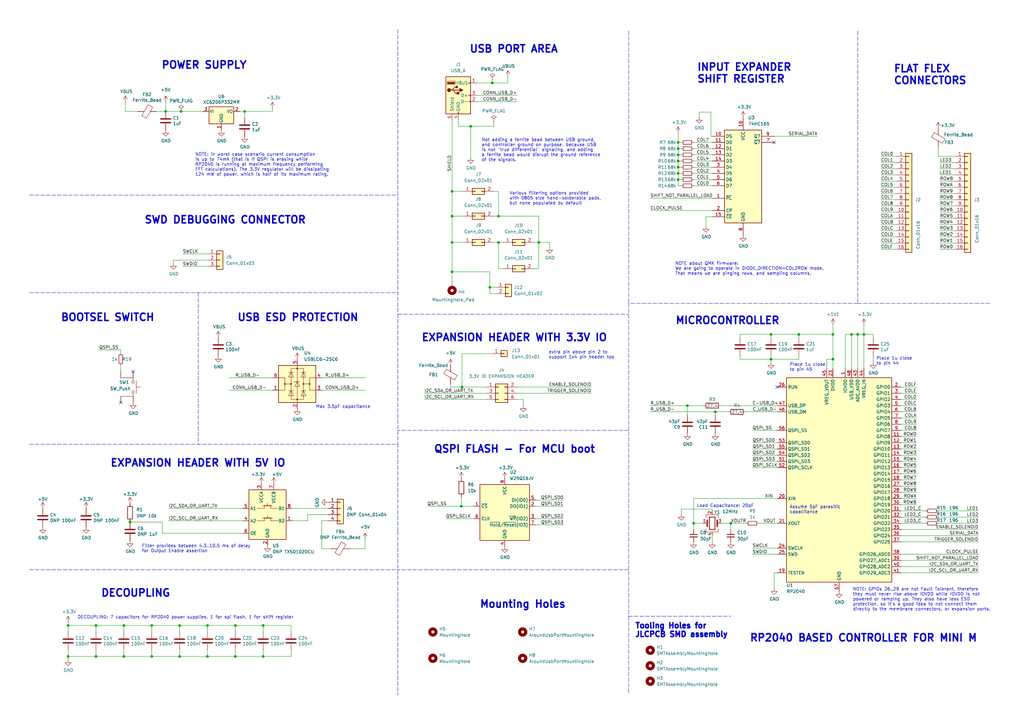
<source format=kicad_sch>
(kicad_sch (version 20231120) (generator "eeschema") (generator_version "8.0")
  (paper "A3")
  (junction (at 349.25 137.16))
  (junction (at 201.93 34.036))
  (junction (at 204.47 88.646))
  (junction (at 278.13 58.42))
  (junction (at 85.09 256.54))
  (junction (at 50.8 269.24))
  (junction (at 278.13 66.04))
  (junction (at 220.98 99.441))
  (junction (at 62.23 269.24))
  (junction (at 107.95 256.54))
  (junction (at 200.914 117.856))
  (junction (at 185.42 78.486))
  (junction (at 327.66 137.16))
  (junction (at 39.37 256.54))
  (junction (at 85.09 269.24))
  (junction (at 50.8 256.54))
  (junction (at 62.23 256.54))
  (junction (at 341.63 137.16))
  (junction (at 96.52 256.54))
  (junction (at 39.37 269.24))
  (junction (at 341.63 147.32))
  (junction (at 281.94 166.37))
  (junction (at 53.34 214.122))
  (junction (at 193.04 51.816))
  (junction (at 74.295 45.72))
  (junction (at 107.95 269.24))
  (junction (at 189.484 158.75))
  (junction (at 278.13 73.66))
  (junction (at 278.13 63.5))
  (junction (at 73.66 269.24))
  (junction (at 316.23 147.32))
  (junction (at 185.42 99.441))
  (junction (at 100.33 45.72))
  (junction (at 96.52 269.24))
  (junction (at 316.23 137.16))
  (junction (at 293.37 168.91))
  (junction (at 27.94 256.54))
  (junction (at 278.13 60.96))
  (junction (at 278.13 71.12))
  (junction (at 67.945 45.72))
  (junction (at 73.66 256.54))
  (junction (at 27.94 269.24))
  (junction (at 354.33 137.16))
  (junction (at 185.42 88.646))
  (junction (at 189.23 207.645))
  (junction (at 351.79 137.16))
  (junction (at 284.48 214.63))
  (junction (at 299.72 214.63))
  (junction (at 278.13 68.58))
  (junction (at 185.42 111.506))
  (junction (at 204.47 99.441))
  (no_connect (at 318.77 158.75))
  (no_connect (at 49.53 165.1))
  (no_connect (at 54.61 152.4))
  (no_connect (at 317.5 58.42))
  (wire (pts (xy 369.57 176.53) (xy 375.92 176.53)))
  (wire (pts (xy 96.52 269.24) (xy 107.95 269.24)))
  (wire (pts (xy 354.33 137.16) (xy 358.14 137.16)))
  (wire (pts (xy 385.445 84.455) (xy 391.795 84.455)))
  (wire (pts (xy 279.4 66.04) (xy 278.13 66.04)))
  (wire (pts (xy 303.53 147.32) (xy 316.23 147.32)))
  (wire (pts (xy 202.565 88.646) (xy 204.47 88.646)))
  (wire (pts (xy 351.79 151.13) (xy 351.79 137.16)))
  (wire (pts (xy 49.53 143.51) (xy 49.53 144.78)))
  (wire (pts (xy 107.95 256.54) (xy 107.95 259.08)))
  (polyline (pts (xy 351.79 124.46) (xy 257.81 124.46)) (stroke (width 0) (type dash)))
  (wire (pts (xy 369.57 199.39) (xy 375.92 199.39)))
  (wire (pts (xy 361.315 66.675) (xy 367.665 66.675)))
  (wire (pts (xy 339.09 147.32) (xy 341.63 147.32)))
  (wire (pts (xy 56.515 45.72) (xy 51.435 45.72)))
  (wire (pts (xy 308.61 227.33) (xy 318.77 227.33)))
  (wire (pts (xy 126.238 213.614) (xy 119.888 213.614)))
  (wire (pts (xy 369.57 232.41) (xy 401.32 232.41)))
  (wire (pts (xy 201.93 32.766) (xy 201.93 34.036)))
  (wire (pts (xy 278.13 60.96) (xy 278.13 63.5)))
  (polyline (pts (xy 12.065 120.015) (xy 163.195 120.015)) (stroke (width 0) (type dash)))
  (wire (pts (xy 284.48 73.66) (xy 292.1 73.66)))
  (wire (pts (xy 85.09 269.24) (xy 96.52 269.24)))
  (wire (pts (xy 354.33 151.13) (xy 354.33 137.16)))
  (wire (pts (xy 316.23 147.32) (xy 316.23 148.59)))
  (wire (pts (xy 369.57 158.75) (xy 375.92 158.75)))
  (wire (pts (xy 203.454 120.396) (xy 200.914 120.396)))
  (wire (pts (xy 385.445 69.215) (xy 391.795 69.215)))
  (wire (pts (xy 279.4 73.66) (xy 278.13 73.66)))
  (wire (pts (xy 299.72 214.63) (xy 306.07 214.63)))
  (wire (pts (xy 278.13 58.42) (xy 278.13 60.96)))
  (wire (pts (xy 111.76 45.72) (xy 111.76 44.45)))
  (wire (pts (xy 200.914 120.396) (xy 200.914 117.856)))
  (wire (pts (xy 316.23 147.32) (xy 327.66 147.32)))
  (wire (pts (xy 200.914 117.856) (xy 200.914 111.506)))
  (wire (pts (xy 100.33 45.72) (xy 111.76 45.72)))
  (wire (pts (xy 361.315 81.915) (xy 367.665 81.915)))
  (wire (pts (xy 214.63 163.83) (xy 212.09 163.83)))
  (wire (pts (xy 278.13 54.61) (xy 278.13 58.42)))
  (wire (pts (xy 220.98 99.441) (xy 220.98 110.236)))
  (wire (pts (xy 185.42 78.486) (xy 189.865 78.486)))
  (wire (pts (xy 73.66 256.54) (xy 73.66 259.08)))
  (wire (pts (xy 369.57 181.61) (xy 375.92 181.61)))
  (wire (pts (xy 279.4 208.788) (xy 279.4 210.82)))
  (wire (pts (xy 62.23 256.54) (xy 73.66 256.54)))
  (wire (pts (xy 369.57 194.31) (xy 375.92 194.31)))
  (wire (pts (xy 50.8 256.54) (xy 50.8 259.08)))
  (wire (pts (xy 369.57 207.01) (xy 375.92 207.01)))
  (wire (pts (xy 202.565 51.816) (xy 193.04 51.816)))
  (wire (pts (xy 107.95 256.54) (xy 119.38 256.54)))
  (wire (pts (xy 279.4 60.96) (xy 278.13 60.96)))
  (wire (pts (xy 119.38 266.7) (xy 119.38 269.24)))
  (wire (pts (xy 361.315 79.375) (xy 367.665 79.375)))
  (wire (pts (xy 27.94 266.7) (xy 27.94 269.24)))
  (wire (pts (xy 385.445 79.375) (xy 391.795 79.375)))
  (polyline (pts (xy 163.195 128.905) (xy 257.81 128.905)) (stroke (width 0) (type dash)))
  (wire (pts (xy 385.445 81.915) (xy 391.795 81.915)))
  (wire (pts (xy 316.23 137.16) (xy 316.23 138.43)))
  (wire (pts (xy 39.37 269.24) (xy 50.8 269.24)))
  (wire (pts (xy 266.7 86.36) (xy 292.1 86.36)))
  (wire (pts (xy 369.57 173.99) (xy 375.92 173.99)))
  (wire (pts (xy 202.565 49.911) (xy 202.565 51.816)))
  (wire (pts (xy 67.945 45.72) (xy 74.295 45.72)))
  (wire (pts (xy 358.14 137.16) (xy 358.14 138.43)))
  (wire (pts (xy 50.8 269.24) (xy 62.23 269.24)))
  (wire (pts (xy 361.315 64.135) (xy 367.665 64.135)))
  (wire (pts (xy 284.48 58.42) (xy 292.1 58.42)))
  (wire (pts (xy 308.61 186.69) (xy 318.77 186.69)))
  (wire (pts (xy 385.445 102.235) (xy 391.795 102.235)))
  (wire (pts (xy 346.71 137.16) (xy 349.25 137.16)))
  (wire (pts (xy 27.94 256.54) (xy 27.94 259.08)))
  (wire (pts (xy 204.47 78.486) (xy 204.47 88.646)))
  (wire (pts (xy 119.38 256.54) (xy 119.38 259.08)))
  (wire (pts (xy 219.71 207.645) (xy 231.14 207.645)))
  (wire (pts (xy 349.25 151.13) (xy 349.25 137.16)))
  (wire (pts (xy 204.47 110.236) (xy 206.375 110.236)))
  (wire (pts (xy 220.98 110.236) (xy 219.075 110.236)))
  (wire (pts (xy 85.09 256.54) (xy 85.09 259.08)))
  (wire (pts (xy 311.15 214.63) (xy 318.77 214.63)))
  (wire (pts (xy 64.135 45.72) (xy 67.945 45.72)))
  (wire (pts (xy 385.445 99.695) (xy 391.795 99.695)))
  (wire (pts (xy 96.52 266.7) (xy 96.52 269.24)))
  (wire (pts (xy 219.71 215.265) (xy 231.14 215.265)))
  (polyline (pts (xy 257.81 176.53) (xy 163.195 176.53)) (stroke (width 0) (type dash)))
  (wire (pts (xy 295.91 214.63) (xy 299.72 214.63)))
  (wire (pts (xy 369.57 219.71) (xy 401.32 219.71)))
  (wire (pts (xy 73.66 269.24) (xy 85.09 269.24)))
  (wire (pts (xy 189.484 158.75) (xy 199.39 158.75)))
  (wire (pts (xy 204.47 99.441) (xy 206.375 99.441)))
  (wire (pts (xy 284.48 60.96) (xy 292.1 60.96)))
  (wire (pts (xy 327.66 137.16) (xy 341.63 137.16)))
  (wire (pts (xy 66.548 214.122) (xy 66.548 218.694)))
  (wire (pts (xy 62.23 269.24) (xy 73.66 269.24)))
  (wire (pts (xy 67.945 41.91) (xy 67.945 45.72)))
  (wire (pts (xy 278.13 73.66) (xy 278.13 76.2)))
  (wire (pts (xy 316.23 146.05) (xy 316.23 147.32)))
  (wire (pts (xy 214.63 166.37) (xy 214.63 163.83)))
  (wire (pts (xy 349.25 137.16) (xy 351.79 137.16)))
  (wire (pts (xy 316.23 137.16) (xy 327.66 137.16)))
  (wire (pts (xy 202.565 99.441) (xy 204.47 99.441)))
  (wire (pts (xy 299.72 214.63) (xy 299.72 217.17)))
  (wire (pts (xy 361.315 71.755) (xy 367.665 71.755)))
  (wire (pts (xy 369.57 196.85) (xy 375.92 196.85)))
  (wire (pts (xy 74.93 109.22) (xy 85.09 109.22)))
  (wire (pts (xy 284.48 71.12) (xy 292.1 71.12)))
  (wire (pts (xy 369.57 217.17) (xy 401.32 217.17)))
  (wire (pts (xy 193.04 51.816) (xy 193.04 64.516)))
  (wire (pts (xy 361.315 76.835) (xy 367.665 76.835)))
  (wire (pts (xy 149.733 225.044) (xy 149.733 221.234)))
  (wire (pts (xy 289.56 92.71) (xy 289.56 88.9)))
  (wire (pts (xy 341.63 147.32) (xy 341.63 151.13)))
  (wire (pts (xy 346.71 151.13) (xy 346.71 137.16)))
  (wire (pts (xy 185.42 88.646) (xy 185.42 78.486)))
  (wire (pts (xy 361.315 74.295) (xy 367.665 74.295)))
  (wire (pts (xy 308.61 181.61) (xy 318.77 181.61)))
  (wire (pts (xy 384.81 64.135) (xy 391.795 64.135)))
  (wire (pts (xy 39.37 259.08) (xy 39.37 256.54)))
  (wire (pts (xy 184.785 158.75) (xy 184.785 157.48)))
  (wire (pts (xy 96.52 256.54) (xy 107.95 256.54)))
  (wire (pts (xy 303.53 146.05) (xy 303.53 147.32)))
  (wire (pts (xy 361.315 84.455) (xy 367.665 84.455)))
  (wire (pts (xy 385.445 76.835) (xy 391.795 76.835)))
  (wire (pts (xy 74.93 104.14) (xy 85.09 104.14)))
  (wire (pts (xy 85.09 266.7) (xy 85.09 269.24)))
  (wire (pts (xy 266.7 81.28) (xy 292.1 81.28)))
  (wire (pts (xy 225.425 99.441) (xy 220.98 99.441)))
  (wire (pts (xy 220.98 88.646) (xy 220.98 99.441)))
  (wire (pts (xy 293.37 168.91) (xy 298.45 168.91)))
  (wire (pts (xy 278.13 71.12) (xy 278.13 73.66)))
  (wire (pts (xy 200.914 117.856) (xy 203.454 117.856)))
  (wire (pts (xy 284.48 63.5) (xy 292.1 63.5)))
  (wire (pts (xy 284.48 68.58) (xy 292.1 68.58)))
  (wire (pts (xy 278.13 63.5) (xy 278.13 66.04)))
  (wire (pts (xy 279.4 76.2) (xy 278.13 76.2)))
  (wire (pts (xy 208.28 34.036) (xy 208.28 31.496)))
  (wire (pts (xy 189.23 203.835) (xy 189.23 207.645)))
  (wire (pts (xy 385.445 92.075) (xy 391.795 92.075)))
  (wire (pts (xy 202.565 78.486) (xy 204.47 78.486)))
  (wire (pts (xy 289.56 88.9) (xy 292.1 88.9)))
  (wire (pts (xy 51.435 45.72) (xy 51.435 41.91)))
  (polyline (pts (xy 81.28 120.015) (xy 81.28 182.245)) (stroke (width 0) (type dash)))
  (wire (pts (xy 27.94 269.24) (xy 39.37 269.24)))
  (wire (pts (xy 291.592 45.974) (xy 291.592 55.88)))
  (wire (pts (xy 303.53 138.43) (xy 303.53 137.16)))
  (wire (pts (xy 384.81 60.325) (xy 384.81 64.135)))
  (wire (pts (xy 219.075 99.441) (xy 220.98 99.441)))
  (wire (pts (xy 126.238 211.074) (xy 126.238 213.614)))
  (wire (pts (xy 219.71 205.105) (xy 231.14 205.105)))
  (wire (pts (xy 69.088 208.534) (xy 99.568 208.534)))
  (wire (pts (xy 292.1 219.71) (xy 292.1 222.25)))
  (wire (pts (xy 308.61 176.53) (xy 318.77 176.53)))
  (wire (pts (xy 286.766 48.006) (xy 286.766 45.974)))
  (wire (pts (xy 131.953 213.614) (xy 131.953 225.044)))
  (wire (pts (xy 279.4 68.58) (xy 278.13 68.58)))
  (wire (pts (xy 39.37 266.7) (xy 39.37 269.24)))
  (wire (pts (xy 369.57 163.83) (xy 375.92 163.83)))
  (wire (pts (xy 134.493 213.614) (xy 131.953 213.614)))
  (polyline (pts (xy 12.065 182.245) (xy 163.195 182.245)) (stroke (width 0) (type dash)))
  (wire (pts (xy 385.445 89.535) (xy 391.795 89.535)))
  (wire (pts (xy 134.493 211.074) (xy 126.238 211.074)))
  (wire (pts (xy 361.315 94.615) (xy 367.665 94.615)))
  (wire (pts (xy 175.26 207.645) (xy 189.23 207.645)))
  (wire (pts (xy 279.4 63.5) (xy 278.13 63.5)))
  (wire (pts (xy 361.315 102.235) (xy 367.665 102.235)))
  (wire (pts (xy 361.315 86.995) (xy 367.665 86.995)))
  (wire (pts (xy 219.71 212.725) (xy 231.14 212.725)))
  (wire (pts (xy 212.09 158.75) (xy 242.57 158.75)))
  (wire (pts (xy 384.81 214.63) (xy 401.32 214.63)))
  (wire (pts (xy 27.94 269.24) (xy 27.94 270.51)))
  (wire (pts (xy 278.13 68.58) (xy 278.13 71.12)))
  (wire (pts (xy 185.42 49.276) (xy 185.42 78.486)))
  (wire (pts (xy 71.12 107.95) (xy 71.12 106.68)))
  (wire (pts (xy 351.79 137.16) (xy 354.33 137.16)))
  (wire (pts (xy 284.48 204.47) (xy 318.77 204.47)))
  (wire (pts (xy 69.088 213.614) (xy 99.568 213.614)))
  (wire (pts (xy 369.57 189.23) (xy 375.92 189.23)))
  (wire (pts (xy 369.57 161.29) (xy 375.92 161.29)))
  (wire (pts (xy 73.66 256.54) (xy 85.09 256.54)))
  (wire (pts (xy 85.09 256.54) (xy 96.52 256.54)))
  (wire (pts (xy 361.315 97.155) (xy 367.665 97.155)))
  (wire (pts (xy 284.48 204.47) (xy 284.48 214.63)))
  (wire (pts (xy 292.1 209.55) (xy 292.1 208.788)))
  (wire (pts (xy 384.81 209.55) (xy 401.32 209.55)))
  (wire (pts (xy 195.58 34.036) (xy 201.93 34.036)))
  (wire (pts (xy 384.81 212.09) (xy 401.32 212.09)))
  (wire (pts (xy 327.66 137.16) (xy 327.66 138.43)))
  (wire (pts (xy 308.61 224.79) (xy 318.77 224.79)))
  (wire (pts (xy 204.47 88.646) (xy 220.98 88.646)))
  (wire (pts (xy 50.8 266.7) (xy 50.8 269.24)))
  (wire (pts (xy 204.47 99.441) (xy 204.47 110.236)))
  (wire (pts (xy 185.42 111.506) (xy 185.42 115.316)))
  (wire (pts (xy 385.445 97.155) (xy 391.795 97.155)))
  (wire (pts (xy 96.52 256.54) (xy 96.52 259.08)))
  (wire (pts (xy 189.23 207.645) (xy 194.31 207.645)))
  (wire (pts (xy 27.94 255.27) (xy 27.94 256.54)))
  (wire (pts (xy 173.99 163.83) (xy 199.39 163.83)))
  (polyline (pts (xy 12.065 233.68) (xy 163.195 233.68)) (stroke (width 0) (type dash)))
  (polyline (pts (xy 257.81 252.73) (xy 257.81 284.48)) (stroke (width 0) (type dash)))
  (wire (pts (xy 385.445 71.755) (xy 391.795 71.755)))
  (wire (pts (xy 201.676 145.034) (xy 189.484 145.034)))
  (wire (pts (xy 66.548 218.694) (xy 99.568 218.694)))
  (wire (pts (xy 187.96 49.276) (xy 187.96 51.816)))
  (wire (pts (xy 279.4 71.12) (xy 278.13 71.12)))
  (wire (pts (xy 369.57 186.69) (xy 375.92 186.69)))
  (wire (pts (xy 327.66 147.32) (xy 327.66 146.05)))
  (wire (pts (xy 132.08 154.94) (xy 149.86 154.94)))
  (wire (pts (xy 369.57 171.45) (xy 375.92 171.45)))
  (polyline (pts (xy 163.195 217.805) (xy 163.195 182.245)) (stroke (width 0) (type dash)))
  (wire (pts (xy 185.42 99.441) (xy 189.865 99.441)))
  (wire (pts (xy 284.48 214.63) (xy 288.29 214.63)))
  (wire (pts (xy 361.315 99.695) (xy 367.665 99.695)))
  (wire (pts (xy 308.61 189.23) (xy 318.77 189.23)))
  (wire (pts (xy 385.445 86.995) (xy 391.795 86.995)))
  (wire (pts (xy 279.4 58.42) (xy 278.13 58.42)))
  (wire (pts (xy 185.42 88.646) (xy 185.42 99.441)))
  (wire (pts (xy 369.57 204.47) (xy 375.92 204.47)))
  (wire (pts (xy 182.88 212.725) (xy 194.31 212.725)))
  (wire (pts (xy 27.94 256.54) (xy 39.37 256.54)))
  (wire (pts (xy 100.33 48.26) (xy 100.33 45.72)))
  (wire (pts (xy 369.57 234.95) (xy 401.32 234.95)))
  (wire (pts (xy 308.61 184.15) (xy 318.77 184.15)))
  (wire (pts (xy 49.53 149.86) (xy 49.53 152.4)))
  (wire (pts (xy 317.5 234.95) (xy 318.77 234.95)))
  (wire (pts (xy 385.445 94.615) (xy 391.795 94.615)))
  (wire (pts (xy 286.766 45.974) (xy 291.592 45.974)))
  (wire (pts (xy 361.315 69.215) (xy 367.665 69.215)))
  (wire (pts (xy 71.12 106.68) (xy 85.09 106.68)))
  (wire (pts (xy 361.315 92.075) (xy 367.665 92.075)))
  (wire (pts (xy 369.57 201.93) (xy 375.92 201.93)))
  (wire (pts (xy 339.09 151.13) (xy 339.09 147.32)))
  (wire (pts (xy 266.7 168.91) (xy 293.37 168.91)))
  (polyline (pts (xy 163.195 217.805) (xy 163.195 285.115)) (stroke (width 0) (type dash)))
  (wire (pts (xy 189.865 88.646) (xy 185.42 88.646)))
  (wire (pts (xy 284.48 214.63) (xy 284.48 217.17)))
  (wire (pts (xy 292.1 208.788) (xy 279.4 208.788)))
  (polyline (pts (xy 257.81 252.73) (xy 299.72 252.73)) (stroke (width 0) (type dash)))
  (wire (pts (xy 281.94 170.18) (xy 281.94 166.37)))
  (wire (pts (xy 132.08 160.02) (xy 149.86 160.02)))
  (wire (pts (xy 73.66 266.7) (xy 73.66 269.24)))
  (wire (pts (xy 369.57 168.91) (xy 375.92 168.91)))
  (polyline (pts (xy 12.065 80.01) (xy 163.195 80.01)) (stroke (width 0) (type dash)))
  (wire (pts (xy 50.8 256.54) (xy 62.23 256.54)))
  (wire (pts (xy 385.445 66.675) (xy 391.795 66.675)))
  (wire (pts (xy 278.13 66.04) (xy 278.13 68.58)))
  (wire (pts (xy 39.37 256.54) (xy 50.8 256.54)))
  (wire (pts (xy 143.383 225.044) (xy 149.733 225.044)))
  (polyline (pts (xy 257.81 233.68) (xy 163.195 233.68)) (stroke (width 0) (type dash)))
  (wire (pts (xy 266.7 166.37) (xy 281.94 166.37)))
  (wire (pts (xy 187.96 51.816) (xy 193.04 51.816)))
  (wire (pts (xy 308.61 191.77) (xy 318.77 191.77)))
  (wire (pts (xy 284.48 66.04) (xy 292.1 66.04)))
  (wire (pts (xy 369.57 184.15) (xy 375.92 184.15)))
  (wire (pts (xy 317.5 241.3) (xy 317.5 234.95)))
  (wire (pts (xy 385.445 74.295) (xy 391.795 74.295)))
  (wire (pts (xy 291.592 55.88) (xy 292.1 55.88)))
  (wire (pts (xy 295.91 166.37) (xy 318.77 166.37)))
  (polyline (pts (xy 257.81 124.46) (xy 257.81 252.73)) (stroke (width 0) (type dash)))
  (wire (pts (xy 173.99 161.29) (xy 199.39 161.29)))
  (wire (pts (xy 225.425 101.346) (xy 225.425 99.441)))
  (wire (pts (xy 62.23 256.54) (xy 62.23 259.08)))
  (wire (pts (xy 62.23 266.7) (xy 62.23 269.24)))
  (wire (pts (xy 93.98 160.02) (xy 111.76 160.02)))
  (wire (pts (xy 369.57 222.25) (xy 401.32 222.25)))
  (wire (pts (xy 341.63 133.35) (xy 341.63 137.16)))
  (wire (pts (xy 369.57 229.87) (xy 401.32 229.87)))
  (wire (pts (xy 354.33 133.35) (xy 354.33 137.16)))
  (wire (pts (xy 306.07 168.91) (xy 318.77 168.91)))
  (wire (pts (xy 369.57 227.33) (xy 401.32 227.33)))
  (wire (pts (xy 369.57 179.07) (xy 375.92 179.07)))
  (wire (pts (xy 201.93 34.036) (xy 208.28 34.036)))
  (wire (pts (xy 369.57 191.77) (xy 375.92 191.77)))
  (wire (pts (xy 281.94 166.37) (xy 288.29 166.37)))
  (wire (pts (xy 131.953 225.044) (xy 135.763 225.044)))
  (wire (pts (xy 107.95 266.7) (xy 107.95 269.24)))
  (polyline (pts (xy 351.79 12.7) (xy 351.79 124.46)) (stroke (width 0) (type dash)))
  (wire (pts (xy 317.5 55.88) (xy 335.28 55.88)))
  (wire (pts (xy 369.57 212.09) (xy 379.73 212.09)))
  (wire (pts (xy 212.09 161.29) (xy 242.57 161.29)))
  (wire (pts (xy 341.63 137.16) (xy 341.63 147.32)))
  (wire (pts (xy 53.34 214.122) (xy 66.548 214.122)))
  (wire (pts (xy 361.315 89.535) (xy 367.665 89.535)))
  (wire (pts (xy 74.295 45.72) (xy 83.185 45.72)))
  (wire (pts (xy 119.888 208.534) (xy 134.493 208.534)))
  (wire (pts (xy 369.57 209.55) (xy 379.73 209.55)))
  (wire (pts (xy 93.98 154.94) (xy 111.76 154.94)))
  (wire (pts (xy 98.425 45.72) (xy 100.33 45.72)))
  (wire (pts (xy 185.42 99.441) (xy 185.42 111.506)))
  (wire (pts (xy 369.57 214.63) (xy 379.73 214.63)))
  (polyline (pts (xy 351.79 124.46) (xy 406.4 124.46)) (stroke (width 0) (type dash)))
  (polyline (pts (xy 163.195 12.065) (xy 163.195 182.245)) (stroke (width 0) (type dash)))
  (wire (pts (xy 284.48 76.2) (xy 292.1 76.2)))
  (wire (pts (xy 195.58 41.656) (xy 212.09 41.656)))
  (wire (pts (xy 40.64 143.51) (xy 49.53 143.51)))
  (wire (pts (xy 303.53 137.16) (xy 316.23 137.16)))
  (wire (pts (xy 195.58 39.116) (xy 212.09 39.116)))
  (wire (pts (xy 184.785 158.75) (xy 189.484 158.75)))
  (polyline (pts (xy 257.81 12.7) (xy 257.81 124.46)) (stroke (width 0) (type dash)))
  (wire (pts (xy 293.37 168.91) (xy 293.37 170.18)))
  (wire (pts (xy 358.14 146.05) (xy 358.14 148.59)))
  (wire (pts (xy 189.484 145.034) (xy 189.484 158.75)))
  (wire (pts (xy 107.95 269.24) (xy 119.38 269.24)))
  (wire (pts (xy 369.57 166.37) (xy 375.92 166.37)))
  (wire (pts (xy 200.914 111.506) (xy 185.42 111.506)))
  (text "DECOUPLING: 7 capacitors for RP2040 power supplies, 1 for spi flash, 1 for shift register" (at 31.75 254 0) (effects (font (size 1.27 1.27)) (justify left bottom)))
  (text "USB PORT AREA" (at 192.405 21.971 0) (effects (font (size 3 3) (thickness 0.6) (bold yes)) (justify left bottom)))
  (text "Tooling Holes for\nJLCPCB SMD assembly" (at 260.35 261.62 0) (effects (font (size 2.2 2.2) (thickness 0.6) (bold yes)) (justify left bottom)))
  (text "Place 1u close\nto pin 45" (at 323.85 152.4 0) (effects (font (size 1.27 1.27)) (justify left bottom)))
  (text "Max 3.5pF capacitance" (at 129.54 167.64 0) (effects (font (size 1.27 1.27)) (justify left bottom)))
  (text "Place 1u close\nto pin 44" (at 359.41 149.86 0) (effects (font (size 1.27 1.27)) (justify left bottom)))
  (text "FLAT FLEX\nCONNECTORS" (at 366.395 34.925 0) (effects (font (size 3 3) (thickness 0.6) (bold yes)) (justify left bottom)))
  (text "Not adding a ferrite bead between USB ground,\nand controller ground on purpose, because USB\nis not \"true differential\" signaling, and adding\na ferrite bead would disrupt the ground reference\nof the signals." (at 197.485 66.421 0) (effects (font (size 1.27 1.27)) (justify left bottom)))
  (text "Various filtering options provided \nwith 0805 size hand-solderable pads,\nbut none populated by default" (at 208.915 84.201 0) (effects (font (size 1.27 1.27)) (justify left bottom)))
  (text "EXPANSION HEADER WITH 5V IO" (at 45.085 191.77 0) (effects (font (size 3 3) (thickness 0.6) (bold yes)) (justify left bottom)))
  (text "NOTE: GPIOs 26..29 are not Fault Tolerant, therefore\nthey must never rise above IOVDD while IOVDD is not\npowered or ramping up. They also have less ESD\nprotection, so it's a good idea to not connect them\ndirectly to the membrane connectors, or expansion ports." (at 349.758 250.698 0) (effects (font (size 1.27 1.27)) (justify left bottom)))
  (text "Load Capacitance: 20pF" (at 285.75 208.28 0) (effects (font (size 1.27 1.27)) (justify left bottom)))
  (text "USB ESD PROTECTION" (at 97.155 132.08 0) (effects (font (size 3 3) (thickness 0.6) (bold yes)) (justify left bottom)))
  (text "QSPI FLASH - For MCU boot" (at 177.8 186.055 0) (effects (font (size 3 3) (thickness 0.6) (bold yes)) (justify left bottom)))
  (text "RP2040 BASED CONTROLLER FOR MINI M" (at 307.34 263.525 0) (effects (font (size 3 3) (thickness 0.6) (bold yes)) (justify left bottom)))
  (text "extra pin above pin 2 to\nsupport 1x4 pin header too" (at 225.044 147.32 0) (effects (font (size 1.27 1.27)) (justify left bottom)))
  (text "Mounting Holes" (at 196.596 249.682 0) (effects (font (size 3 3) (thickness 0.6) (bold yes)) (justify left bottom)))
  (text "BOOTSEL SWITCH" (at 24.765 132.08 0) (effects (font (size 3 3) (thickness 0.6) (bold yes)) (justify left bottom)))
  (text "DECOUPLING" (at 41.275 245.11 0) (effects (font (size 3 3) (thickness 0.6) (bold yes)) (justify left bottom)))
  (text "EXPANSION HEADER WITH 3.3V IO" (at 172.72 140.335 0) (effects (font (size 3 3) (thickness 0.6) (bold yes)) (justify left bottom)))
  (text "NOTE: in worst case scenario current consumption\nis up to 74mA (that is if QSPI is erasing while\nRP2040 is running at maximum frequency performing\nFFT calculations). The 3.3V regulator will be dissipating\n124 mW of power, which is half of its maximum rating." (at 80.01 72.39 0) (effects (font (size 1.27 1.27)) (justify left bottom)))
  (text "Filter provides between 4.3..10.5 ms of delay\nfor Output Enable assertion" (at 58.166 226.822 0) (effects (font (size 1.27 1.27)) (justify left bottom)))
  (text "POWER SUPPLY" (at 66.04 28.575 0) (effects (font (size 3 3) (thickness 0.6) (bold yes)) (justify left bottom)))
  (text "MICROCONTROLLER" (at 276.86 133.35 0) (effects (font (size 3 3) (thickness 0.6) (bold yes)) (justify left bottom)))
  (text "NOTE about QMK firmware:\nWe are going to operate in DIODE_DIRECTION=COL2ROW mode.\nThat means we are pinging rows, and sampling columns." (at 276.86 113.03 0) (effects (font (size 1.27 1.27)) (justify left bottom)))
  (text "SWD DEBUGGING CONNECTOR" (at 59.055 92.075 0) (effects (font (size 3 3) (thickness 0.6) (bold yes)) (justify left bottom)))
  (text "INPUT EXPANDER\nSHIFT REGISTER" (at 285.75 34.29 0) (effects (font (size 3 3) (thickness 0.6) (bold yes)) (justify left bottom)))
  (text "Assume 5pF parasitic\ncapacitance" (at 323.85 210.82 0) (effects (font (size 1.27 1.27)) (justify left bottom)))
  (label "ROW7" (at 385.445 84.455 0))
  (label "COLE" (at 375.92 161.29 180))
  (label "QSPI_SD3" (at 231.14 215.265 180))
  (label "I2C_SCL_OR_UART_RX" (at 401.32 234.95 180))
  (label "LED1_C" (at 370.84 209.55 0))
  (label "COL5" (at 361.315 76.835 0))
  (label "COL5" (at 285.75 63.5 0))
  (label "LED2_C" (at 370.84 212.09 0))
  (label "LED3" (at 385.445 66.675 0))
  (label "COL8" (at 361.315 84.455 0))
  (label "SERIAL_DATA" (at 401.32 219.71 180))
  (label "R_USB_D-" (at 96.52 154.94 0))
  (label "ROW5" (at 375.92 191.77 180))
  (label "ROW6" (at 375.92 194.31 180))
  (label "ROW8" (at 385.445 81.915 0))
  (label "ROW4" (at 375.92 189.23 180))
  (label "ROWB" (at 375.92 207.01 180))
  (label "LED3" (at 401.32 214.63 180))
  (label "LED2" (at 385.445 69.215 0))
  (label "I2C_SDA_OR_UART_TX" (at 173.99 161.29 0))
  (label "ROW1" (at 385.445 99.695 0))
  (label "CONN_USB_D+" (at 133.35 160.02 0))
  (label "R_USB_D+" (at 133.35 154.94 0))
  (label "ENABLE_SOLENOID" (at 242.57 158.75 180))
  (label "COL9" (at 361.315 86.995 0))
  (label "COLC" (at 361.315 94.615 0))
  (label "COLF" (at 375.92 158.75 180))
  (label "COL2" (at 361.315 69.215 0))
  (label "LED3_C" (at 370.84 214.63 0))
  (label "COL7" (at 285.75 58.42 0))
  (label "SWCLK" (at 308.61 224.79 0))
  (label "ROWA" (at 375.92 204.47 180))
  (label "LED1" (at 385.445 71.755 0))
  (label "COL3" (at 361.315 71.755 0))
  (label "TRIGGER_SOLENOID" (at 401.32 222.25 180))
  (label "I2C_SDA_OR_UART_TX" (at 401.32 232.41 180))
  (label "ROW9" (at 385.445 79.375 0))
  (label "ROW1" (at 375.92 181.61 180))
  (label "C-USB_D+" (at 308.61 166.37 0))
  (label "CLOCK_PULSE" (at 401.32 227.33 180))
  (label "QSPI_SCLK" (at 308.61 191.77 0))
  (label "COL6" (at 285.75 60.96 0))
  (label "ROW0" (at 385.445 102.235 0))
  (label "ROWB" (at 385.445 74.295 0))
  (label "ROW6" (at 385.445 86.995 0))
  (label "R_USB_D-" (at 266.7 168.91 0))
  (label "QSPI_SD2" (at 231.14 212.725 180))
  (label "COL2" (at 285.75 71.12 0))
  (label "QSPI_SD2" (at 308.61 186.69 0))
  (label "COLD" (at 375.92 163.83 180))
  (label "ROW5" (at 385.445 89.535 0))
  (label "QSPI_SD3" (at 308.61 189.23 0))
  (label "SWDIO" (at 74.93 109.22 0))
  (label "COL0" (at 285.75 76.2 0))
  (label "COLC" (at 375.92 166.37 180))
  (label "SHIFT_NOT_PARALLEL_LOAD" (at 266.7 81.28 0))
  (label "SERIAL_DATA" (at 335.28 55.88 180))
  (label "SHIELD" (at 185.42 70.358 90))
  (label "COL0" (at 361.315 64.135 0))
  (label "COL3" (at 285.75 68.58 0))
  (label "TRIGGER_SOLENOID" (at 242.57 161.29 180))
  (label "CONN_USB_D-" (at 212.09 41.656 180))
  (label "COLB" (at 361.315 92.075 0))
  (label "ROW8" (at 375.92 199.39 180))
  (label "COLF" (at 361.315 102.235 0))
  (label "I2C_SCL_OR_UART_RX" (at 69.088 213.614 0))
  (label "QSPI_SS" (at 308.61 176.53 0))
  (label "XOUT" (at 313.055 214.63 0))
  (label "SWCLK" (at 74.93 104.14 0))
  (label "COL8" (at 375.92 176.53 180))
  (label "COL1" (at 361.315 66.675 0))
  (label "QSPI_SD1" (at 308.61 184.15 0))
  (label "SWDIO" (at 308.61 227.33 0))
  (label "SHIFT_NOT_PARALLEL_LOAD" (at 401.32 229.87 180))
  (label "COLD" (at 361.315 97.155 0))
  (label "QSPI_SD0" (at 231.14 205.105 180))
  (label "ROW3" (at 375.92 186.69 180))
  (label "COLA" (at 375.92 171.45 180))
  (label "ROW0" (at 375.92 179.07 180))
  (label "ROW7" (at 375.92 196.85 180))
  (label "COL1" (at 285.75 73.66 0))
  (label "I2C_SDA_OR_UART_TX" (at 69.088 208.534 0))
  (label "COLB" (at 375.92 168.91 180))
  (label "R_USB_D+" (at 266.7 166.37 0))
  (label "COL6" (at 361.315 79.375 0))
  (label "ROW9" (at 375.92 201.93 180))
  (label "COL4" (at 361.315 74.295 0))
  (label "ROW4" (at 385.445 92.075 0))
  (label "ROW2" (at 375.92 184.15 180))
  (label "CONN_USB_D-" (at 95.25 160.02 0))
  (label "COL9" (at 375.92 173.99 180))
  (label "LED2" (at 401.32 212.09 180))
  (label "QSPI_SS" (at 40.64 143.51 0))
  (label "LED1" (at 401.32 209.55 180))
  (label "C_USB_D-" (at 308.61 168.91 0))
  (label "ROW3" (at 385.445 94.615 0))
  (label "QSPI_SCLK" (at 182.88 212.725 0))
  (label "COL4" (at 285.75 66.04 0))
  (label "COL7" (at 361.315 81.915 0))
  (label "I2C_SCL_OR_UART_RX" (at 173.99 163.83 0))
  (label "CLOCK_PULSE" (at 266.7 86.36 0))
  (label "XIN" (at 313.69 204.47 0))
  (label "CONN_USB_D+" (at 212.09 39.116 180))
  (label "COLE" (at 361.315 99.695 0))
  (label "COLA" (at 361.315 89.535 0))
  (label "QSPI_SD0" (at 308.61 181.61 0))
  (label "ROWA" (at 385.445 76.835 0))
  (label "QSPI_SD1" (at 231.14 207.645 180))
  (label "ROW2" (at 385.445 97.155 0))
  (label "ENABLE_SOLENOID" (at 401.32 217.17 180))
  (label "XOUTR" (at 299.72 214.63 0))
  (label "QSPI_SS" (at 175.26 207.645 0))
  (symbol (lib_id "Mechanical:MountingHole") (at 177.546 270.002 0) (unit 1)
    (property "Reference" "H6" (at 180.086 268.7319 0) (effects (justify left)))
    (property "Value" "MountingHole" (at 180.086 271.2719 0) (effects (justify left)))
    (property "Footprint" "MountingHole:MountingHole_3mm" (effects (hide yes)))
  )
  (symbol (lib_id "power:GND") (at 27.94 270.51 0) (unit 1)
    (property "Reference" "#PWR028" (effects (hide yes)))
    (property "Value" "GND" (at 28.067 274.9042 0))
  )
  (symbol (lib_id "power:GND") (at 193.04 64.516 0) (unit 1)
    (property "Reference" "#PWR0101" (effects (hide yes)))
    (property "Value" "GND" (at 193.167 68.9102 0))
  )
  (symbol (lib_id "Device:R_Small") (at 281.94 68.58 90) (unit 1)
    (property "Reference" "R11" (at 271.78 68.58 90))
    (property "Value" "68k" (at 275.59 68.58 90))
    (property "Footprint" "Resistor_SMD:R_0402_1005Metric" (effects (hide yes)))
    (property "LCSC" "C36871" (effects (hide yes)))
  )
  (symbol (lib_id "Device:R") (at 302.26 168.91 270) (unit 1)
    (property "Reference" "R4" (at 302.26 166.37 90))
    (property "Value" "27.4" (at 302.26 168.91 90))
    (property "Footprint" "Resistor_SMD:R_0402_1005Metric" (effects (hide yes)))
    (property "LCSC" "C284479" (effects (hide yes)))
  )
  (symbol (lib_id "Device:R_Small") (at 49.53 147.32 180) (unit 1)
    (property "Reference" "R19" (at 52.07 147.32 0))
    (property "Value" "1k" (at 46.99 147.32 0))
    (property "Footprint" "Resistor_SMD:R_0402_1005Metric" (effects (hide yes)))
    (property "LCSC" "C11702" (effects (hide yes)))
  )
  (symbol (lib_id "Device:C") (at 73.66 262.89 0) (unit 1)
    (property "Reference" "C18" (at 76.581 261.7216 0) (effects (justify left)))
    (property "Value" "100nF" (at 76.581 264.033 0) (effects (justify left)))
    (property "Footprint" "Capacitor_SMD:C_0402_1005Metric" (effects (hide yes)))
    (property "LCSC" "C1525" (effects (hide yes)))
  )
  (symbol (lib_id "power:+3.3V") (at 384.81 52.705 0) (unit 1)
    (property "Reference" "#PWR03" (effects (hide yes)))
    (property "Value" "+3.3V" (at 388.62 51.435 0))
  )
  (symbol (lib_id "power:GND") (at 289.56 92.71 0) (unit 1)
    (property "Reference" "#PWR033" (effects (hide yes)))
    (property "Value" "GND" (at 289.687 97.1042 0))
  )
  (symbol (lib_id "Regulator_Linear:AMS1117-3.3") (at 90.805 45.72 0) (unit 1)
    (property "Reference" "U6" (at 90.805 39.5732 0))
    (property "Value" "XC6206P332MR" (at 90.805 41.8846 0))
    (property "Footprint" "Package_TO_SOT_SMD:SOT-23" (effects (hide yes)))
    (property "Datasheet" "https://datasheet.lcsc.com/lcsc/1809201513_Torex-Semicon-XC6206P332MR_C5446.pdf" (effects (hide yes)))
    (property "LCSC" "C5446" (effects (hide yes)))
  )
  (symbol (lib_id "Logic_LevelTranslator:TXS0102DCU") (at 109.728 211.074 0) (unit 1) (in_bom no)
    (property "Reference" "U5" (at 111.7474 223.774 0) (effects (justify left)))
    (property "Value" "DNP TXS0102DCU" (at 111.7474 226.314 0) (effects (justify left)))
    (property "Footprint" "Package_SO:VSSOP-8_2.3x2mm_P0.5mm" (effects (hide yes)))
    (property "Datasheet" "http://www.ti.com/lit/gpn/txs0102" (effects (hide yes)))
  )
  (symbol (lib_id "Device:FerriteBead") (at 184.785 153.67 0) (unit 1)
    (property "Reference" "FB1" (at 177.8254 153.67 0))
    (property "Value" "Ferrite_Bead" (at 177.8 149.86 0))
    (property "Footprint" "Inductor_SMD:L_0805_2012Metric_Pad1.15x1.40mm_HandSolder" (effects (hide yes)))
    (property "LCSC" "C1015" (effects (hide yes)))
  )
  (symbol (lib_id "power:PWR_FLAG") (at 202.565 49.911 0) (unit 1)
    (property "Reference" "#U0102" (effects (hide yes)))
    (property "Value" "PWR_FLAG" (at 202.565 45.5168 0))
  )
  (symbol (lib_id "power:+3.3V") (at 27.94 255.27 0) (unit 1)
    (property "Reference" "#PWR027" (effects (hide yes)))
    (property "Value" "+3.3V" (at 28.321 250.8758 0))
  )
  (symbol (lib_id "Mechanical:MountingHole") (at 214.376 270.002 0) (unit 1)
    (property "Reference" "H8" (at 216.916 268.7319 0) (effects (justify left)))
    (property "Value" "AroundUsbPortMountingHole" (at 216.916 271.2719 0) (effects (justify left)))
    (property "Footprint" "MountingHole:MountingHole_3.5mm" (effects (hide yes)))
  )
  (symbol (lib_id "Device:R") (at 53.34 210.312 0) (unit 1) (in_bom no)
    (property "Reference" "R1" (at 55.88 209.0419 0) (effects (justify left)))
    (property "Value" "DNP 10k" (at 55.88 211.5819 0) (effects (justify left)))
    (property "Footprint" "Resistor_SMD:R_0805_2012Metric_Pad1.20x1.40mm_HandSolder" (effects (hide yes)))
    (property "LCSC" "C25744" (effects (hide yes)))
  )
  (symbol (lib_id "Device:R_Small") (at 382.27 209.55 90) (unit 1)
    (property "Reference" "R15" (at 386.08 208.28 90))
    (property "Value" "196" (at 391.16 208.28 90))
    (property "Footprint" "Resistor_SMD:R_0402_1005Metric" (effects (hide yes)))
    (property "LCSC" "C270631" (effects (hide yes)))
  )
  (symbol (lib_id "power:+5V") (at 17.526 208.534 0) (unit 1)
    (property "Reference" "#PWR06" (effects (hide yes)))
    (property "Value" "+5V" (at 17.526 204.724 0))
  )
  (symbol (lib_id "Mechanical:MountingHole_Pad") (at 185.42 117.856 180) (unit 1)
    (property "Reference" "H4" (at 187.96 119.761 0) (effects (justify right)))
    (property "Value" "MountingHole_Pad" (at 177.165 122.936 0) (effects (justify right)))
    (property "Footprint" "MountingHole:MountingHole_3mm_Pad" (effects (hide yes)))
  )
  (symbol (lib_id "Device:C") (at 293.37 173.99 180) (unit 1)
    (property "Reference" "C11" (at 290.449 175.1584 0) (effects (justify left)))
    (property "Value" "43pF" (at 290.449 172.847 0) (effects (justify left)))
    (property "Footprint" "Capacitor_SMD:C_0402_1005Metric" (effects (hide yes)))
    (property "LCSC" "C415393" (effects (hide yes)))
  )
  (symbol (lib_id "Device:R_Small") (at 281.94 76.2 90) (unit 1)
    (property "Reference" "R14" (at 271.78 76.2 90))
    (property "Value" "68k" (at 275.59 76.2 90))
    (property "Footprint" "Resistor_SMD:R_0402_1005Metric" (effects (hide yes)))
    (property "LCSC" "C36871" (effects (hide yes)))
  )
  (symbol (lib_id "power:+3.3V") (at 304.8 48.26 0) (unit 1)
    (property "Reference" "#PWR034" (effects (hide yes)))
    (property "Value" "+3.3V" (at 305.181 43.8658 0))
  )
  (symbol (lib_id "Connector_Generic:Conn_02x03_Odd_Even") (at 204.47 161.29 0) (unit 1)
    (property "Reference" "J4" (at 205.74 151.765 0))
    (property "Value" "3.3V IO EXPANSION HEADER" (at 205.74 154.305 0))
    (property "Footprint" "footprint:PinHeader_2x03_P2.54mm_Vertical_3dhorizontal" (effects (hide yes)))
    (property "LCSC" "C706867" (effects (hide yes)))
  )
  (symbol (lib_id "power:+3.3V") (at 189.23 196.215 0) (unit 1)
    (property "Reference" "#PWR024" (effects (hide yes)))
    (property "Value" "+3.3V" (at 189.611 191.8208 0))
  )
  (symbol (lib_id "Device:C") (at 96.52 262.89 0) (unit 1)
    (property "Reference" "C22" (at 99.441 261.7216 0) (effects (justify left)))
    (property "Value" "100nF" (at 99.441 264.033 0) (effects (justify left)))
    (property "Footprint" "Capacitor_SMD:C_0402_1005Metric" (effects (hide yes)))
    (property "LCSC" "C1525" (effects (hide yes)))
  )
  (symbol (lib_id "power:+3.3V") (at 107.188 198.374 0) (unit 1)
    (property "Reference" "#PWR041" (effects (hide yes)))
    (property "Value" "+3.3V" (at 105.918 194.564 0))
  )
  (symbol (lib_id "Connector_Generic:Conn_02x01") (at 211.455 99.441 0) (unit 1) (in_bom no)
    (property "Reference" "J10" (at 212.725 92.456 0))
    (property "Value" "Conn_02x01" (at 212.725 94.996 0))
    (property "Footprint" "Capacitor_SMD:C_0402_1005Metric_Pad0.74x0.62mm_HandSolder" (effects (hide yes)))
  )
  (symbol (lib_id "power:+5V") (at 112.268 198.374 0) (unit 1)
    (property "Reference" "#PWR043" (effects (hide yes)))
    (property "Value" "+5V" (at 113.538 194.564 0))
  )
  (symbol (lib_id "Mechanical:MountingHole") (at 266.7 279.4 0) (unit 1)
    (property "Reference" "H3" (at 269.24 278.1299 0) (effects (justify left)))
    (property "Value" "SMTAssemblyMountingHole" (at 269.24 280.6699 0) (effects (justify left)))
    (property "Footprint" "footprint:tooling_hole" (effects (hide yes)))
  )
  (symbol (lib_id "power:GND") (at 35.306 216.154 0) (unit 1)
    (property "Reference" "#PWR010" (effects (hide yes)))
    (property "Value" "GND" (at 35.433 220.5482 0))
  )
  (symbol (lib_id "power:GND") (at 279.4 210.82 0) (unit 1)
    (property "Reference" "#PWR07" (effects (hide yes)))
    (property "Value" "GND" (at 279.527 215.2142 0))
  )
  (symbol (lib_id "power:PWR_FLAG") (at 201.93 32.766 0) (unit 1)
    (property "Reference" "#U0101" (effects (hide yes)))
    (property "Value" "PWR_FLAG" (at 201.93 28.3718 0))
  )
  (symbol (lib_id "power:GND") (at 286.766 48.006 0) (unit 1)
    (property "Reference" "#PWR0105" (effects (hide yes)))
    (property "Value" "GND" (at 286.893 52.4002 0))
  )
  (symbol (lib_id "74xx:74HC165") (at 304.8 71.12 0) (unit 1)
    (property "Reference" "U3" (at 306.8194 48.26 0) (effects (justify left)))
    (property "Value" "74HC165" (at 306.8194 50.8 0) (effects (justify left)))
    (property "Footprint" "Package_SO:SOIC-16_3.9x9.9mm_P1.27mm" (effects (hide yes)))
    (property "Datasheet" "https://assets.nexperia.com/documents/data-sheet/74HC_HCT165.pdf" (effects (hide yes)))
    (property "LCSC" "C5613" (effects (hide yes)))
  )
  (symbol (lib_id "Device:R_Small") (at 281.94 71.12 90) (unit 1)
    (property "Reference" "R12" (at 271.78 71.12 90))
    (property "Value" "68k" (at 275.59 71.12 90))
    (property "Footprint" "Resistor_SMD:R_0402_1005Metric" (effects (hide yes)))
    (property "LCSC" "C36871" (effects (hide yes)))
  )
  (symbol (lib_id "power:+3.3V") (at 207.01 196.215 0) (unit 1)
    (property "Reference" "#PWR025" (effects (hide yes)))
    (property "Value" "+3.3V" (at 207.391 191.8208 0))
  )
  (symbol (lib_id "Device:R") (at 292.1 166.37 270) (unit 1)
    (property "Reference" "R3" (at 292.1 163.83 90))
    (property "Value" "27.4" (at 292.1 166.37 90))
    (property "Footprint" "Resistor_SMD:R_0402_1005Metric" (effects (hide yes)))
    (property "LCSC" "C284479" (effects (hide yes)))
  )
  (symbol (lib_id "Device:R_Small") (at 281.94 60.96 90) (unit 1)
    (property "Reference" "R8" (at 271.78 60.96 90))
    (property "Value" "68k" (at 275.59 60.96 90))
    (property "Footprint" "Resistor_SMD:R_0402_1005Metric" (effects (hide yes)))
    (property "LCSC" "C36871" (effects (hide yes)))
  )
  (symbol (lib_id "Device:R_Small") (at 308.61 214.63 90) (unit 1)
    (property "Reference" "R5" (at 308.61 209.55 90))
    (property "Value" "1k" (at 308.61 212.09 90))
    (property "Footprint" "Resistor_SMD:R_0402_1005Metric" (effects (hide yes)))
    (property "LCSC" "C11702" (effects (hide yes)))
  )
  (symbol (lib_id "power:+5V") (at 184.785 149.86 0) (unit 1)
    (property "Reference" "#PWR0104" (effects (hide yes)))
    (property "Value" "+5V" (at 184.785 144.78 0))
  )
  (symbol (lib_id "Device:FerriteBead") (at 60.325 45.72 270) (unit 1)
    (property "Reference" "FB2" (at 60.325 38.7604 90))
    (property "Value" "Ferrite_Bead" (at 60.325 41.0718 90))
    (property "Footprint" "Inductor_SMD:L_0805_2012Metric_Pad1.15x1.40mm_HandSolder" (effects (hide yes)))
    (property "LCSC" "C1015" (effects (hide yes)))
  )
  (symbol (lib_id "power:VBUS") (at 121.92 147.32 0) (unit 1)
    (property "Reference" "#PWR022" (effects (hide yes)))
    (property "Value" "VBUS" (at 122.301 142.9258 0))
  )
  (symbol (lib_id "power:PWR_FLAG") (at 74.295 45.72 0) (unit 1)
    (property "Reference" "#U04" (effects (hide yes)))
    (property "Value" "PWR_FLAG" (at 74.295 41.3258 0))
  )
  (symbol (lib_id "Device:C") (at 327.66 142.24 0) (unit 1)
    (property "Reference" "C21" (at 330.581 141.0716 0) (effects (justify left)))
    (property "Value" "1uF" (at 330.581 143.383 0) (effects (justify left)))
    (property "Footprint" "Capacitor_SMD:C_0402_1005Metric" (effects (hide yes)))
    (property "LCSC" "C52923" (effects (hide yes)))
  )
  (symbol (lib_id "power:GND") (at 67.945 53.34 0) (unit 1)
    (property "Reference" "#PWR02" (effects (hide yes)))
    (property "Value" "GND" (at 68.072 57.7342 0))
  )
  (symbol (lib_id "symbol:SW_Push") (at 54.61 158.75 270) (unit 1)
    (property "Reference" "SW1" (at 48.895 156.845 90) (effects (justify left)))
    (property "Value" "SW_Push" (at 45.085 159.385 90) (effects (justify left)))
    (property "Footprint" "footprint:switch_K2-1187SQ-A4SW-06" (effects (hide yes)))
    (property "LCSC" "C92584" (effects (hide yes)))
  )
  (symbol (lib_id "power:GND") (at 134.493 205.994 270) (unit 1)
    (property "Reference" "#PWR044" (effects (hide yes)))
    (property "Value" "GND" (at 130.0988 206.121 0))
  )
  (symbol (lib_id "Device:Crystal_GND24") (at 292.1 214.63 0) (unit 1)
    (property "Reference" "Y1" (at 294.132 210.058 0))
    (property "Value" "12MHz" (at 299.466 209.804 0))
    (property "Footprint" "Crystal:Crystal_SMD_3225-4Pin_3.2x2.5mm_HandSoldering" (effects (hide yes)))
    (property "LCSC" "C9002" (effects (hide yes)))
  )
  (symbol (lib_id "Device:C") (at 17.526 212.344 0) (unit 1) (in_bom no)
    (property "Reference" "C4" (at 20.447 211.1756 0) (effects (justify left)))
    (property "Value" "DNP 100nF" (at 20.447 213.487 0) (effects (justify left)))
    (property "Footprint" "Capacitor_SMD:C_0805_2012Metric_Pad1.18x1.45mm_HandSolder" (effects (hide yes)))
  )
  (symbol (lib_id "power:+3.3V") (at 278.13 54.61 0) (unit 1)
    (property "Reference" "#PWR032" (effects (hide yes)))
    (property "Value" "+3.3V" (at 278.511 50.2158 0))
  )
  (symbol (lib_id "Device:C") (at 53.34 217.932 0) (unit 1) (in_bom no)
    (property "Reference" "C6" (at 56.261 216.7636 0) (effects (justify left)))
    (property "Value" "DNP 1uF" (at 56.261 219.075 0) (effects (justify left)))
    (property "Footprint" "Capacitor_SMD:C_0805_2012Metric_Pad1.18x1.45mm_HandSolder" (effects (hide yes)))
  )
  (symbol (lib_id "Device:R_Small") (at 382.27 212.09 90) (unit 1)
    (property "Reference" "R16" (at 386.08 210.82 90))
    (property "Value" "196" (at 391.16 210.82 90))
    (property "Footprint" "Resistor_SMD:R_0402_1005Metric" (effects (hide yes)))
    (property "LCSC" "C270631" (effects (hide yes)))
  )
  (symbol (lib_id "Device:R") (at 189.23 200.025 0) (unit 1)
    (property "Reference" "R6" (at 191.77 198.7549 0) (effects (justify left)))
    (property "Value" "10k" (at 191.77 201.2949 0) (effects (justify left)))
    (property "Footprint" "Resistor_SMD:R_0402_1005Metric" (effects (hide yes)))
    (property "LCSC" "C25744" (effects (hide yes)))
  )
  (symbol (lib_id "power:VBUS") (at 51.435 41.91 0) (unit 1)
    (property "Reference" "#PWR01" (effects (hide yes)))
    (property "Value" "VBUS" (at 51.816 37.5158 0))
  )
  (symbol (lib_id "Power_Protection:USBLC6-2SC6") (at 121.92 157.48 0) (unit 1)
    (property "Reference" "U4" (at 124.6887 144.78 0) (effects (justify left)))
    (property "Value" "USBLC6-2SC6" (at 124.6887 147.32 0) (effects (justify left)))
    (property "Footprint" "Package_TO_SOT_SMD:SOT-23-6" (effects (hide yes)))
    (property "Datasheet" "http://www2.st.com/resource/en/datasheet/CD00050750.pdf" (effects (hide yes)))
    (property "LCSC" "C2827654" (effects (hide yes)))
  )
  (symbol (lib_id "power:GND") (at 293.37 177.8 0) (unit 1)
    (property "Reference" "#PWR019" (effects (hide yes)))
    (property "Value" "GND" (at 293.497 182.1942 0))
  )
  (symbol (lib_id "Mechanical:MountingHole") (at 214.376 259.207 0) (unit 1)
    (property "Reference" "H7" (at 216.916 257.9369 0) (effects (justify left)))
    (property "Value" "AroundUsbPortMountingHole" (at 216.916 260.4769 0) (effects (justify left)))
    (property "Footprint" "MountingHole:MountingHole_3.5mm" (effects (hide yes)))
  )
  (symbol (lib_id "power:VBUS") (at 89.535 138.43 0) (unit 1)
    (property "Reference" "#PWR05" (effects (hide yes)))
    (property "Value" "VBUS" (at 89.916 134.0358 0))
  )
  (symbol (lib_id "Connector_Generic:Conn_02x01") (at 194.945 78.486 0) (unit 1) (in_bom no)
    (property "Reference" "J7" (at 196.215 71.501 0))
    (property "Value" "Conn_02x01" (at 196.215 74.041 0))
    (property "Footprint" "Capacitor_SMD:C_0805_2012Metric_Pad1.18x1.45mm_HandSolder" (effects (hide yes)))
  )
  (symbol (lib_id "power:GND") (at 317.5 241.3 0) (unit 1)
    (property "Reference" "#PWR040" (effects (hide yes)))
    (property "Value" "GND" (at 317.627 245.6942 0))
  )
  (symbol (lib_id "Connector_Generic:Conn_02x01") (at 211.455 110.236 0) (unit 1) (in_bom no)
    (property "Reference" "J11" (at 212.725 103.251 0))
    (property "Value" "Conn_02x01" (at 212.725 105.791 0))
    (property "Footprint" "Capacitor_SMD:C_0805_2012Metric_Pad1.18x1.45mm_HandSolder" (effects (hide yes)))
  )
  (symbol (lib_id "Device:C") (at 316.23 142.24 0) (unit 1)
    (property "Reference" "C19" (at 319.151 141.0716 0) (effects (justify left)))
    (property "Value" "100nF" (at 319.151 143.383 0) (effects (justify left)))
    (property "Footprint" "Capacitor_SMD:C_0402_1005Metric" (effects (hide yes)))
    (property "LCSC" "C1525" (effects (hide yes)))
  )
  (symbol (lib_id "Connector_Generic:Conn_01x04") (at 139.573 208.534 0) (unit 1) (in_bom no)
    (property "Reference" "J6" (at 142.113 208.5339 0) (effects (justify left)))
    (property "Value" "DNP Conn_01x04" (at 142.113 211.0739 0) (effects (justify left)))
    (property "Footprint" "Connector_JST:JST_PH_S4B-PH-K_1x04_P2.00mm_Horizontal" (effects (hide yes)))
  )
  (symbol (lib_id "Device:C") (at 358.14 142.24 0) (unit 1)
    (property "Reference" "C25" (at 361.061 141.0716 0) (effects (justify left)))
    (property "Value" "1uF" (at 361.061 143.383 0) (effects (justify left)))
    (property "Footprint" "Capacitor_SMD:C_0402_1005Metric" (effects (hide yes)))
    (property "LCSC" "C52923" (effects (hide yes)))
  )
  (symbol (lib_id "Device:C") (at 39.37 262.89 0) (unit 1)
    (property "Reference" "C14" (at 42.291 261.7216 0) (effects (justify left)))
    (property "Value" "100nF" (at 42.291 264.033 0) (effects (justify left)))
    (property "Footprint" "Capacitor_SMD:C_0402_1005Metric" (effects (hide yes)))
    (property "LCSC" "C1525" (effects (hide yes)))
  )
  (symbol (lib_id "power:GND") (at 89.535 146.05 0) (unit 1)
    (property "Reference" "#PWR047" (effects (hide yes)))
    (property "Value" "GND" (at 89.662 150.4442 0))
  )
  (symbol (lib_id "Device:C") (at 62.23 262.89 0) (unit 1)
    (property "Reference" "C16" (at 65.151 261.7216 0) (effects (justify left)))
    (property "Value" "100nF" (at 65.151 264.033 0) (effects (justify left)))
    (property "Footprint" "Capacitor_SMD:C_0402_1005Metric" (effects (hide yes)))
    (property "LCSC" "C1525" (effects (hide yes)))
  )
  (symbol (lib_id "power:GND") (at 214.63 166.37 0) (unit 1)
    (property "Reference" "#PWR0103" (effects (hide yes)))
    (property "Value" "GND" (at 214.757 170.7642 0))
  )
  (symbol (lib_id "power:+1V1") (at 341.63 133.35 0) (unit 1)
    (property "Reference" "#PWR0102" (effects (hide yes)))
    (property "Value" "+1V1" (at 341.63 128.905 0))
  )
  (symbol (lib_id "Device:C_Small") (at 299.72 219.71 0) (unit 1)
    (property "Reference" "C10" (at 302.26 218.44 0) (effects (justify left)))
    (property "Value" "30pF" (at 302.26 220.98 0) (effects (justify left)))
    (property "Footprint" "Capacitor_SMD:C_0402_1005Metric" (effects (hide yes)))
    (property "LCSC" "C1570" (effects (hide yes)))
  )
  (symbol (lib_id "Device:R_Small") (at 281.94 58.42 90) (unit 1)
    (property "Reference" "R7" (at 271.78 58.42 90))
    (property "Value" "68k" (at 275.59 58.42 90))
    (property "Footprint" "Resistor_SMD:R_0402_1005Metric" (effects (hide yes)))
    (property "LCSC" "C36871" (effects (hide yes)))
  )
  (symbol (lib_id "power:GND") (at 299.72 222.25 0) (unit 1)
    (property "Reference" "#PWR018" (effects (hide yes)))
    (property "Value" "GND" (at 299.847 226.6442 0))
  )
  (symbol (lib_id "power:GND") (at 292.1 222.25 0) (unit 1)
    (property "Reference" "#PWR017" (effects (hide yes)))
    (property "Value" "GND" (at 292.227 226.6442 0))
  )
  (symbol (lib_id "power:+3.3V") (at 35.306 208.534 0) (unit 1)
    (property "Reference" "#PWR09" (effects (hide yes)))
    (property "Value" "+3.3V" (at 35.306 204.724 0))
  )
  (symbol (lib_id "power:GND") (at 54.61 165.1 0) (unit 1)
    (property "Reference" "#PWR038" (effects (hide yes)))
    (property "Value" "GND" (at 54.737 169.4942 0))
  )
  (symbol (lib_id "Connector_Generic:Conn_01x01") (at 206.756 145.034 0) (unit 1)
    (property "Reference" "J13" (at 209.804 143.7639 0) (effects (justify left)))
    (property "Value" "Conn_01x01" (at 209.804 146.3039 0) (effects (justify left)))
    (property "Footprint" "footprint:PinHeader_1x01_P2.54mm_Vertical_3dhorizontal" (effects (hide yes)))
  )
  (symbol (lib_id "power:GND") (at 281.94 177.8 0) (unit 1)
    (property "Reference" "#PWR016" (effects (hide yes)))
    (property "Value" "GND" (at 282.067 182.1942 0))
  )
  (symbol (lib_id "Device:C") (at 119.38 262.89 0) (unit 1)
    (property "Reference" "C24" (at 122.301 261.7216 0) (effects (justify left)))
    (property "Value" "100nF" (at 122.301 264.033 0) (effects (justify left)))
    (property "Footprint" "Capacitor_SMD:C_0402_1005Metric" (effects (hide yes)))
    (property "LCSC" "C1525" (effects (hide yes)))
  )
  (symbol (lib_id "power:GND") (at 358.14 148.59 0) (unit 1)
    (property "Reference" "#PWR031" (effects (hide yes)))
    (property "Value" "GND" (at 358.267 152.9842 0))
  )
  (symbol (lib_id "Connector_Generic:Conn_01x02") (at 208.534 117.856 0) (unit 1) (in_bom no)
    (property "Reference" "J12" (at 210.82 117.8559 0) (effects (justify left)))
    (property "Value" "Conn_01x02" (at 210.82 120.3959 0) (effects (justify left)))
    (property "Footprint" "Connector_JST:JST_PH_B2B-PH-K_1x02_P2.00mm_Vertical" (effects (hide yes)))
  )
  (symbol (lib_id "Device:C") (at 35.306 212.344 0) (unit 1) (in_bom no)
    (property "Reference" "C5" (at 38.227 211.1756 0) (effects (justify left)))
    (property "Value" "DNP 100nF" (at 38.227 213.487 0) (effects (justify left)))
    (property "Footprint" "Capacitor_SMD:C_0805_2012Metric_Pad1.18x1.45mm_HandSolder" (effects (hide yes)))
  )
  (symbol (lib_id "Device:C") (at 50.8 262.89 0) (unit 1)
    (property "Reference" "C15" (at 53.721 261.7216 0) (effects (justify left)))
    (property "Value" "100nF" (at 53.721 264.033 0) (effects (justify left)))
    (property "Footprint" "Capacitor_SMD:C_0402_1005Metric" (effects (hide yes)))
    (property "LCSC" "C1525" (effects (hide yes)))
  )
  (symbol (lib_id "power:+3.3V") (at 53.34 206.502 0) (unit 1)
    (property "Reference" "#PWR014" (effects (hide yes)))
    (property "Value" "+3.3V" (at 53.34 202.692 0))
  )
  (symbol (lib_id "Device:R_Small") (at 281.94 66.04 90) (unit 1)
    (property "Reference" "R10" (at 271.78 66.04 90))
    (property "Value" "68k" (at 275.59 66.04 90))
    (property "Footprint" "Resistor_SMD:R_0402_1005Metric" (effects (hide yes)))
    (property "LCSC" "C36871" (effects (hide yes)))
  )
  (symbol (lib_id "Device:R_Small") (at 382.27 214.63 90) (unit 1)
    (property "Reference" "R17" (at 386.08 213.36 90))
    (property "Value" "196" (at 391.16 213.36 90))
    (property "Footprint" "Resistor_SMD:R_0402_1005Metric" (effects (hide yes)))
    (property "LCSC" "C270631" (effects (hide yes)))
  )
  (symbol (lib_id "power:GND") (at 316.23 148.59 0) (unit 1)
    (property "Reference" "#PWR029" (effects (hide yes)))
    (property "Value" "GND" (at 316.357 152.9842 0))
  )
  (symbol (lib_id "MCU_RaspberryPi:RP2040") (at 344.17 196.85 0) (unit 1)
    (property "Reference" "U1" (at 322.58 240.03 0) (effects (justify left)))
    (property "Value" "RP2040" (at 322.58 242.57 0) (effects (justify left)))
    (property "Footprint" "Package_DFN_QFN:QFN-56-1EP_7x7mm_P0.4mm_EP3.2x3.2mm" (effects (hide yes)))
    (property "Datasheet" "https://datasheets.raspberrypi.com/rp2040/rp2040-datasheet.pdf" (effects (hide yes)))
    (property "LCSC" "C2040" (effects (hide yes)))
  )
  (symbol (lib_id "Connector_Generic:Conn_02x01") (at 194.945 99.441 0) (unit 1) (in_bom no)
    (property "Reference" "J9" (at 196.215 92.456 0))
    (property "Value" "Conn_02x01" (at 196.215 94.996 0))
    (property "Footprint" "Resistor_SMD:R_0805_2012Metric_Pad1.20x1.40mm_HandSolder" (effects (hide yes)))
  )
  (symbol (lib_id "Device:C") (at 85.09 262.89 0) (unit 1)
    (property "Reference" "C20" (at 88.011 261.7216 0) (effects (justify left)))
    (property "Value" "100nF" (at 88.011 264.033 0) (effects (justify left)))
    (property "Footprint" "Capacitor_SMD:C_0402_1005Metric" (effects (hide yes)))
    (property "LCSC" "C1525" (effects (hide yes)))
  )
  (symbol (lib_id "Device:C") (at 67.945 49.53 0) (unit 1)
    (property "Reference" "C1" (at 70.866 48.3616 0) (effects (justify left)))
    (property "Value" "1uF" (at 70.866 50.673 0) (effects (justify left)))
    (property "Footprint" "Capacitor_SMD:C_0402_1005Metric" (effects (hide yes)))
    (property "LCSC" "C52923" (effects (hide yes)))
  )
  (symbol (lib_id "power:+3.3V") (at 354.33 133.35 0) (unit 1)
    (property "Reference" "#PWR030" (effects (hide yes)))
    (property "Value" "+3.3V" (at 354.711 128.9558 0))
  )
  (symbol (lib_id "power:GND") (at 284.48 222.25 0) (unit 1)
    (property "Reference" "#PWR015" (effects (hide yes)))
    (property "Value" "GND" (at 284.607 226.6442 0))
  )
  (symbol (lib_id "Device:C") (at 303.53 142.24 0) (unit 1)
    (property "Reference" "C17" (at 306.451 141.0716 0) (effects (justify left)))
    (property "Value" "100nF" (at 306.451 143.383 0) (effects (justify left)))
    (property "Footprint" "Capacitor_SMD:C_0402_1005Metric" (effects (hide yes)))
    (property "LCSC" "C1525" (effects (hide yes)))
  )
  (symbol (lib_id "Device:R_Small") (at 281.94 73.66 90) (unit 1)
    (property "Reference" "R13" (at 271.78 73.66 90))
    (property "Value" "68k" (at 275.59 73.66 90))
    (property "Footprint" "Resistor_SMD:R_0402_1005Metric" (effects (hide yes)))
    (property "LCSC" "C36871" (effects (hide yes)))
  )
  (symbol (lib_id "power:+5V") (at 149.733 221.234 0) (unit 1)
    (property "Reference" "#PWR045" (effects (hide yes)))
    (property "Value" "+5V" (at 149.733 216.154 0))
  )
  (symbol (lib_id "power:GND") (at 90.805 53.34 0) (unit 1)
    (property "Reference" "#PWR011" (effects (hide yes)))
    (property "Value" "GND" (at 90.932 57.7342 0))
  )
  (symbol (lib_id "Device:C") (at 27.94 262.89 0) (unit 1)
    (property "Reference" "C12" (at 30.861 261.7216 0) (effects (justify left)))
    (property "Value" "100nF" (at 30.861 264.033 0) (effects (justify left)))
    (property "Footprint" "Capacitor_SMD:C_0402_1005Metric" (effects (hide yes)))
    (property "LCSC" "C1525" (effects (hide yes)))
  )
  (symbol (lib_id "power:GND") (at 100.33 55.88 0) (unit 1)
    (property "Reference" "#PWR012" (effects (hide yes)))
    (property "Value" "GND" (at 100.457 60.2742 0))
  )
  (symbol (lib_id "Device:C") (at 100.33 52.07 0) (unit 1)
    (property "Reference" "C2" (at 103.251 50.9016 0) (effects (justify left)))
    (property "Value" "1uF" (at 103.251 53.213 0) (effects (justify left)))
    (property "Footprint" "Capacitor_SMD:C_0402_1005Metric" (effects (hide yes)))
    (property "LCSC" "C52923" (effects (hide yes)))
  )
  (symbol (lib_id "Mechanical:MountingHole") (at 177.546 259.207 0) (unit 1)
    (property "Reference" "H5" (at 180.086 257.9369 0) (effects (justify left)))
    (property "Value" "MountingHole" (at 180.086 260.4769 0) (effects (justify left)))
    (property "Footprint" "MountingHole:MountingHole_3mm" (effects (hide yes)))
  )
  (symbol (lib_id "Connector_Generic:Conn_02x01") (at 194.945 88.646 0) (unit 1) (in_bom no)
    (property "Reference" "J8" (at 196.215 81.661 0))
    (property "Value" "Conn_02x01" (at 196.215 84.201 0))
    (property "Footprint" "Capacitor_SMD:C_0805_2012Metric_Pad1.18x1.45mm_HandSolder" (effects (hide yes)))
  )
  (symbol (lib_id "power:GND") (at 53.34 221.742 0) (unit 1)
    (property "Reference" "#PWR048" (effects (hide yes)))
    (property "Value" "GND" (at 53.467 226.1362 0))
  )
  (symbol (lib_id "power:GND") (at 207.01 224.155 0) (unit 1)
    (property "Reference" "#PWR026" (effects (hide yes)))
    (property "Value" "GND" (at 207.137 228.5492 0))
  )
  (symbol (lib_id "Device:FerriteBead") (at 139.573 225.044 270) (unit 1) (in_bom no)
    (property "Reference" "FB4" (at 139.573 218.0844 90))
    (property "Value" "DNP Ferrite_Bead" (at 139.573 220.3958 90))
    (property "Footprint" "Inductor_SMD:L_0805_2012Metric_Pad1.15x1.40mm_HandSolder" (effects (hide yes)))
    (property "LCSC" "C1015" (effects (hide yes)))
  )
  (symbol (lib_id "Connector_Generic:Conn_01x03") (at 90.17 106.68 0) (unit 1)
    (property "Reference" "J5" (at 92.71 105.4099 0) (effects (justify left)))
    (property "Value" "Conn_01x03" (at 92.71 107.9499 0) (effects (justify left)))
    (property "Footprint" "Connector_PinHeader_2.54mm:PinHeader_1x03_P2.54mm_Vertical" (effects (hide yes)))
  )
  (symbol (lib_id "Device:C_Small") (at 284.48 219.71 0) (unit 1)
    (property "Reference" "C8" (at 287.02 218.44 0) (effects (justify left)))
    (property "Value" "30pF" (at 287.02 220.98 0) (effects (justify left)))
    (property "Footprint" "Capacitor_SMD:C_0402_1005Metric" (effects (hide yes)))
    (property "LCSC" "C1570" (effects (hide yes)))
  )
  (symbol (lib_id "Connector:USB_A") (at 187.96 39.116 0) (unit 1)
    (property "Reference" "J1" (at 187.96 26.416 0))
    (property "Value" "USB_A" (at 187.96 28.956 0))
    (property "Footprint" "footprint:LUSB_A111_00" (effects (hide yes)))
    (property "LCSC" "C3197751" (effects (hide yes)))
  )
  (symbol (lib_id "power:GND") (at 17.526 216.154 0) (unit 1)
    (property "Reference" "#PWR08" (effects (hide yes)))
    (property "Value" "GND" (at 17.653 220.5482 0))
  )
  (symbol (lib_id "symbol:W25Q16JV") (at 207.01 210.185 0) (unit 1)
    (property "Reference" "U2" (at 209.0294 193.675 0) (effects (justify left)))
    (property "Value" "W25Q16JV" (at 209.0294 196.215 0) (effects (justify left)))
    (property "Footprint" "Package_SO:SOIC-8_5.275x5.275mm_P1.27mm" (effects (hide yes)))
    (property "Datasheet" "https://www.winbond.com/resource-files/w25q16jv%20spi%20revh%2004082019%20plus.pdf" (effects (hide yes)))
    (property "LCSC" "C82317" (effects (hide yes)))
  )
  (symbol (lib_id "Device:C") (at 89.535 142.24 0) (unit 1)
    (property "Reference" "C3" (at 92.456 141.0716 0) (effects (justify left)))
    (property "Value" "100nF" (at 92.456 143.383 0) (effects (justify left)))
    (property "Footprint" "Capacitor_SMD:C_0402_1005Metric" (effects (hide yes)))
    (property "LCSC" "C1525" (effects (hide yes)))
  )
  (symbol (lib_id "power:GND") (at 109.728 223.774 0) (unit 1)
    (property "Reference" "#PWR042" (effects (hide yes)))
    (property "Value" "GND" (at 109.855 228.1682 0))
  )
  (symbol (lib_id "Device:C") (at 281.94 173.99 180) (unit 1)
    (property "Reference" "C9" (at 279.019 175.1584 0) (effects (justify left)))
    (property "Value" "43pF" (at 279.019 172.847 0) (effects (justify left)))
    (property "Footprint" "Capacitor_SMD:C_0402_1005Metric" (effects (hide yes)))
    (property "LCSC" "C415393" (effects (hide yes)))
  )
  (symbol (lib_id "Device:C") (at 107.95 262.89 0) (unit 1)
    (property "Reference" "C23" (at 110.871 261.7216 0) (effects (justify left)))
    (property "Value" "100nF" (at 110.871 264.033 0) (effects (justify left)))
    (property "Footprint" "Capacitor_SMD:C_0402_1005Metric" (effects (hide yes)))
    (property "LCSC" "C1525" (effects (hide yes)))
  )
  (symbol (lib_id "Connector_Generic:Conn_01x16") (at 372.745 81.915 0) (unit 1)
    (property "Reference" "J2" (at 375.285 81.9149 0) (effects (justify left)))
    (property "Value" "Conn_01x16" (at 376.555 102.235 90) (effects (justify left)))
    (property "Footprint" "footprint:TE_connectivity_AMP_6-520314-6" (effects (hide yes)))
    (property "LCSC" "C7191217" (effects (hide yes)))
  )
  (symbol (lib_id "power:GND") (at 344.17 242.57 0) (unit 1)
    (property "Reference" "#PWR020" (effects (hide yes)))
    (property "Value" "GND" (at 344.297 246.9642 0))
  )
  (symbol (lib_id "power:GND") (at 304.8 96.52 0) (unit 1)
    (property "Reference" "#PWR035" (effects (hide yes)))
    (property "Value" "GND" (at 304.927 100.9142 0))
  )
  (symbol (lib_id "power:GND") (at 71.12 107.95 0) (unit 1)
    (property "Reference" "#PWR039" (effects (hide yes)))
    (property "Value" "GND" (at 71.247 112.3442 0))
  )
  (symbol (lib_id "power:GND") (at 121.92 167.64 0) (unit 1)
    (property "Reference" "#PWR023" (effects (hide yes)))
    (property "Value" "GND" (at 122.047 172.0342 0))
  )
  (symbol (lib_id "power:+3.3V") (at 111.76 44.45 0) (unit 1)
    (property "Reference" "#PWR013" (effects (hide yes)))
    (property "Value" "+3.3V" (at 112.141 40.0558 0))
  )
  (symbol (lib_id "Mechanical:MountingHole") (at 266.7 273.05 0) (unit 1)
    (property "Reference" "H2" (at 269.24 271.7799 0) (effects (justify left)))
    (property "Value" "SMTAssemblyMountingHole" (at 269.24 274.3199 0) (effects (justify left)))
    (property "Footprint" "footprint:tooling_hole" (effects (hide yes)))
  )
  (symbol (lib_id "Device:FerriteBead") (at 384.81 56.515 180) (unit 1)
    (property "Reference" "FB3" (at 389.255 58.42 0))
    (property "Value" "Ferrite_Bead" (at 393.065 55.245 0))
    (property "Footprint" "Inductor_SMD:L_0805_2012Metric_Pad1.15x1.40mm_HandSolder" (effects (hide yes)))
    (property "LCSC" "C1015" (effects (hide yes)))
  )
  (symbol (lib_id "power:+5V") (at 67.945 41.91 0) (unit 1)
    (property "Reference" "#PWR021" (effects (hide yes)))
    (property "Value" "+5V" (at 67.945 36.83 0))
  )
  (symbol (lib_id "power:GND") (at 225.425 101.346 0) (unit 1)
    (property "Reference" "#PWR046" (effects (hide yes)))
    (property "Value" "GND" (at 225.552 105.7402 0))
  )
  (symbol (lib_id "power:VBUS") (at 208.28 31.496 0) (unit 1)
    (property "Reference" "#PWR04" (effects (hide yes)))
    (property "Value" "VBUS" (at 208.661 27.1018 0))
  )
  (symbol (lib_id "Mechanical:MountingHole") (at 266.7 266.7 0) (unit 1)
    (property "Reference" "H1" (at 269.24 265.4299 0) (effects (justify left)))
    (property "Value" "SMTAssemblyMountingHole" (at 269.24 267.9699 0) (effects (justify left)))
    (property "Footprint" "footprint:tooling_hole" (effects (hide yes)))
  )
  (symbol (lib_id "Connector_Generic:Conn_01x16") (at 396.875 81.915 0) (unit 1)
    (property "Reference" "J3" (at 399.415 81.9149 0) (effects (justify left)))
    (property "Value" "Conn_01x16" (at 400.685 99.695 90) (effects (justify left)))
    (property "Footprint" "footprint:TE_connectivity_AMP_6-520314-6" (effects (hide yes)))
    (property "LCSC" "C7191217" (effects (hide yes)))
  )
  (symbol (lib_id "Device:R_Small") (at 281.94 63.5 90) (unit 1)
    (property "Reference" "R9" (at 271.78 63.5 90))
    (property "Value" "68k" (at 275.59 63.5 90))
    (property "Footprint" "Resistor_SMD:R_0402_1005Metric" (effects (hide yes)))
    (property "LCSC" "C36871" (effects (hide yes)))
  )
)
</source>
